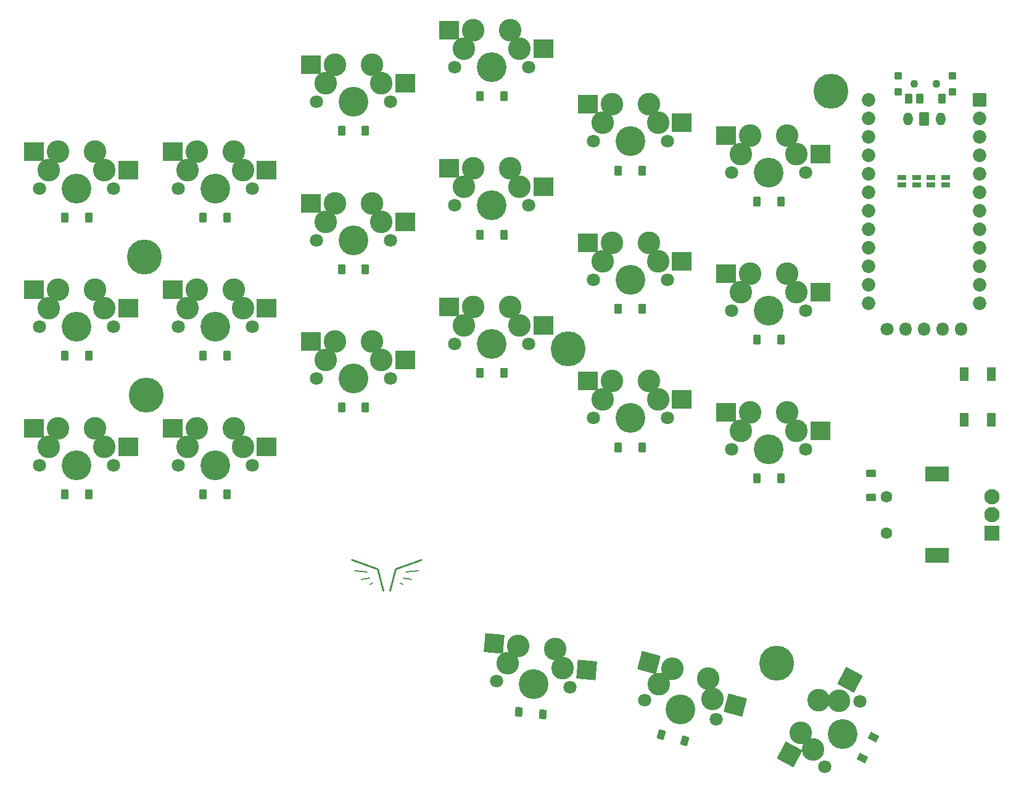
<source format=gbr>
%TF.GenerationSoftware,KiCad,Pcbnew,7.0.10*%
%TF.CreationDate,2024-02-08T10:53:14-05:00*%
%TF.ProjectId,kestrel,6b657374-7265-46c2-9e6b-696361645f70,v1.0.0*%
%TF.SameCoordinates,Original*%
%TF.FileFunction,Soldermask,Top*%
%TF.FilePolarity,Negative*%
%FSLAX46Y46*%
G04 Gerber Fmt 4.6, Leading zero omitted, Abs format (unit mm)*
G04 Created by KiCad (PCBNEW 7.0.10) date 2024-02-08 10:53:14*
%MOMM*%
%LPD*%
G01*
G04 APERTURE LIST*
G04 Aperture macros list*
%AMRoundRect*
0 Rectangle with rounded corners*
0 $1 Rounding radius*
0 $2 $3 $4 $5 $6 $7 $8 $9 X,Y pos of 4 corners*
0 Add a 4 corners polygon primitive as box body*
4,1,4,$2,$3,$4,$5,$6,$7,$8,$9,$2,$3,0*
0 Add four circle primitives for the rounded corners*
1,1,$1+$1,$2,$3*
1,1,$1+$1,$4,$5*
1,1,$1+$1,$6,$7*
1,1,$1+$1,$8,$9*
0 Add four rect primitives between the rounded corners*
20,1,$1+$1,$2,$3,$4,$5,0*
20,1,$1+$1,$4,$5,$6,$7,0*
20,1,$1+$1,$6,$7,$8,$9,0*
20,1,$1+$1,$8,$9,$2,$3,0*%
G04 Aperture macros list end*
%ADD10C,0.193999*%
%ADD11C,0.211999*%
%ADD12RoundRect,0.050000X-0.450000X-0.450000X0.450000X-0.450000X0.450000X0.450000X-0.450000X0.450000X0*%
%ADD13C,1.100000*%
%ADD14RoundRect,0.050000X-0.450000X-0.625000X0.450000X-0.625000X0.450000X0.625000X-0.450000X0.625000X0*%
%ADD15RoundRect,0.050000X-0.550000X0.900000X-0.550000X-0.900000X0.550000X-0.900000X0.550000X0.900000X0*%
%ADD16RoundRect,0.050000X0.450000X0.600000X-0.450000X0.600000X-0.450000X-0.600000X0.450000X-0.600000X0*%
%ADD17C,1.801800*%
%ADD18C,3.100000*%
%ADD19C,4.087800*%
%ADD20RoundRect,0.050000X-1.275000X-1.250000X1.275000X-1.250000X1.275000X1.250000X-1.275000X1.250000X0*%
%ADD21C,4.800000*%
%ADD22RoundRect,0.050000X-0.571500X0.317500X-0.571500X-0.317500X0.571500X-0.317500X0.571500X0.317500X0*%
%ADD23RoundRect,0.050000X0.500581X0.558497X-0.395994X0.636937X-0.500581X-0.558497X0.395994X-0.636937X0*%
%ADD24RoundRect,0.050000X0.589958X0.463087X-0.279375X0.696024X-0.589958X-0.463087X0.279375X-0.696024X0*%
%ADD25RoundRect,0.050000X-1.379093X-1.134120X1.161204X-1.356367X1.379093X1.134120X-1.161204X1.356367X0*%
%ADD26RoundRect,0.050000X1.600000X1.000000X-1.600000X1.000000X-1.600000X-1.000000X1.600000X-1.000000X0*%
%ADD27C,1.600000*%
%ADD28RoundRect,0.050000X1.000000X1.000000X-1.000000X1.000000X-1.000000X-1.000000X1.000000X-1.000000X0*%
%ADD29C,2.100000*%
%ADD30C,1.800000*%
%ADD31O,1.800000X1.800000*%
%ADD32RoundRect,0.050000X-1.555079X-0.877413X0.908032X-1.537402X1.555079X0.877413X-0.908032X1.537402X0*%
%ADD33RoundRect,0.050000X0.505108X-1.712598X1.702261X0.538919X-0.505108X1.712598X-1.702261X-0.538919X0*%
%ADD34RoundRect,0.050000X-0.318506X0.679009X-0.741031X-0.115643X0.318506X-0.679009X0.741031X0.115643X0*%
%ADD35O,1.300000X1.800000*%
%ADD36RoundRect,0.050000X-0.600000X-0.850000X0.600000X-0.850000X0.600000X0.850000X-0.600000X0.850000X0*%
%ADD37RoundRect,0.050000X-0.876300X0.876300X-0.876300X-0.876300X0.876300X-0.876300X0.876300X0.876300X0*%
%ADD38C,1.852600*%
%ADD39RoundRect,0.050000X-0.600000X0.450000X-0.600000X-0.450000X0.600000X-0.450000X0.600000X0.450000X0*%
G04 APERTURE END LIST*
D10*
%TO.C,REF\u002A\u002A*%
X181420000Y-165148000D02*
X179720000Y-164948000D01*
X181770000Y-165948000D02*
X180720000Y-166148000D01*
X182220000Y-166638000D02*
X181890000Y-166848000D01*
D11*
X182870000Y-164698000D02*
X179370000Y-163448000D01*
X183620000Y-167698000D02*
X182870000Y-164698000D01*
X184620000Y-167698000D02*
X185370000Y-164698000D01*
X185370000Y-164698000D02*
X188870000Y-163448000D01*
D10*
X186020000Y-166638000D02*
X186350000Y-166848000D01*
X186470000Y-165948000D02*
X187520000Y-166148000D01*
X186820000Y-165148000D02*
X188520000Y-164948000D01*
%TD*%
D12*
%TO.C,T1*%
X254372400Y-96926400D03*
X254372400Y-99126400D03*
D13*
X256572400Y-98026400D03*
X259572400Y-98026400D03*
D12*
X261772400Y-96926400D03*
X261772400Y-99126400D03*
D14*
X260322400Y-100101400D03*
X257322400Y-100101400D03*
X255822400Y-100101400D03*
%TD*%
D15*
%TO.C,B1*%
X267106400Y-137972800D03*
X267106400Y-144172800D03*
X263406400Y-137972800D03*
X263406400Y-144172800D03*
%TD*%
D16*
%TO.C,D13*%
X219238000Y-147976000D03*
X215938000Y-147976000D03*
%TD*%
D17*
%TO.C,S8*%
X174508000Y-119536000D03*
D18*
X175778000Y-116996000D03*
X177048000Y-114456000D03*
D19*
X179588000Y-119536000D03*
D18*
X182128000Y-114456000D03*
X183398000Y-116996000D03*
D17*
X184668000Y-119536000D03*
D20*
X186673000Y-116996000D03*
X173746000Y-114456000D03*
%TD*%
D17*
%TO.C,S11*%
X193508000Y-114776000D03*
D18*
X194778000Y-112236000D03*
X196048000Y-109696000D03*
D19*
X198588000Y-114776000D03*
D18*
X201128000Y-109696000D03*
X202398000Y-112236000D03*
D17*
X203668000Y-114776000D03*
D20*
X205673000Y-112236000D03*
X192746000Y-109696000D03*
%TD*%
D21*
%TO.C,TH3*%
X209025000Y-134450000D03*
%TD*%
D16*
%TO.C,D14*%
X219238000Y-128976000D03*
X215938000Y-128976000D03*
%TD*%
D22*
%TO.C,J3*%
X258858000Y-110947200D03*
X258858000Y-111947960D03*
%TD*%
D17*
%TO.C,S15*%
X212508000Y-105976000D03*
D18*
X213778000Y-103436000D03*
X215048000Y-100896000D03*
D19*
X217588000Y-105976000D03*
D18*
X220128000Y-100896000D03*
X221398000Y-103436000D03*
D17*
X222668000Y-105976000D03*
D20*
X224673000Y-103436000D03*
X211746000Y-100896000D03*
%TD*%
D17*
%TO.C,S14*%
X212508000Y-124976000D03*
D18*
X213778000Y-122436000D03*
X215048000Y-119896000D03*
D19*
X217588000Y-124976000D03*
D18*
X220128000Y-119896000D03*
X221398000Y-122436000D03*
D17*
X222668000Y-124976000D03*
D20*
X224673000Y-122436000D03*
X211746000Y-119896000D03*
%TD*%
D23*
%TO.C,D19*%
X205583098Y-184654586D03*
X202295656Y-184366972D03*
%TD*%
D16*
%TO.C,D7*%
X181238000Y-142536000D03*
X177938000Y-142536000D03*
%TD*%
D22*
%TO.C,J7*%
X254858000Y-110947200D03*
X254858000Y-111947960D03*
%TD*%
D17*
%TO.C,S7*%
X174508000Y-138536000D03*
D18*
X175778000Y-135996000D03*
X177048000Y-133456000D03*
D19*
X179588000Y-138536000D03*
D18*
X182128000Y-133456000D03*
X183398000Y-135996000D03*
D17*
X184668000Y-138536000D03*
D20*
X186673000Y-135996000D03*
X173746000Y-133456000D03*
%TD*%
D16*
%TO.C,D18*%
X238238000Y-114226000D03*
X234938000Y-114226000D03*
%TD*%
D17*
%TO.C,S16*%
X231508000Y-148226000D03*
D18*
X232778000Y-145686000D03*
X234048000Y-143146000D03*
D19*
X236588000Y-148226000D03*
D18*
X239128000Y-143146000D03*
X240398000Y-145686000D03*
D17*
X241668000Y-148226000D03*
D20*
X243673000Y-145686000D03*
X230746000Y-143146000D03*
%TD*%
D21*
%TO.C,TH3*%
X245125000Y-99050000D03*
%TD*%
D16*
%TO.C,D8*%
X181238000Y-123536000D03*
X177938000Y-123536000D03*
%TD*%
%TO.C,D17*%
X238238000Y-133226000D03*
X234938000Y-133226000D03*
%TD*%
D17*
%TO.C,S13*%
X212508000Y-143976000D03*
D18*
X213778000Y-141436000D03*
X215048000Y-138896000D03*
D19*
X217588000Y-143976000D03*
D18*
X220128000Y-138896000D03*
X221398000Y-141436000D03*
D17*
X222668000Y-143976000D03*
D20*
X224673000Y-141436000D03*
X211746000Y-138896000D03*
%TD*%
D17*
%TO.C,S1*%
X136508000Y-150436000D03*
D18*
X137778000Y-147896000D03*
X139048000Y-145356000D03*
D19*
X141588000Y-150436000D03*
D18*
X144128000Y-145356000D03*
X145398000Y-147896000D03*
D17*
X146668000Y-150436000D03*
D20*
X148673000Y-147896000D03*
X135746000Y-145356000D03*
%TD*%
D16*
%TO.C,D2*%
X143238000Y-135436000D03*
X139938000Y-135436000D03*
%TD*%
D22*
%TO.C,J5*%
X256858000Y-110947200D03*
X256858000Y-111947960D03*
%TD*%
D16*
%TO.C,D4*%
X162238000Y-154436000D03*
X158938000Y-154436000D03*
%TD*%
D21*
%TO.C,TH3*%
X237650000Y-177675000D03*
%TD*%
D16*
%TO.C,D5*%
X162238000Y-135436000D03*
X158938000Y-135436000D03*
%TD*%
%TO.C,D3*%
X143238000Y-116436000D03*
X139938000Y-116436000D03*
%TD*%
%TO.C,D11*%
X200238000Y-118776000D03*
X196938000Y-118776000D03*
%TD*%
%TO.C,D10*%
X200238000Y-137776000D03*
X196938000Y-137776000D03*
%TD*%
D24*
%TO.C,D20*%
X225046751Y-188290103D03*
X221859195Y-187436001D03*
%TD*%
D17*
%TO.C,S5*%
X155508000Y-131436000D03*
D18*
X156778000Y-128896000D03*
X158048000Y-126356000D03*
D19*
X160588000Y-131436000D03*
D18*
X163128000Y-126356000D03*
X164398000Y-128896000D03*
D17*
X165668000Y-131436000D03*
D20*
X167673000Y-128896000D03*
X154746000Y-126356000D03*
%TD*%
D17*
%TO.C,S19*%
X199227331Y-180083249D03*
D18*
X200713874Y-177663602D03*
X202200417Y-175243955D03*
D19*
X204288000Y-180526000D03*
D18*
X207261086Y-175686707D03*
X208304877Y-178327729D03*
D17*
X209348669Y-180968751D03*
D25*
X211567415Y-178613164D03*
X198910982Y-174956167D03*
%TD*%
D26*
%TO.C,ROT1*%
X259708000Y-162866000D03*
X259708000Y-151666000D03*
D27*
X252708000Y-159766000D03*
X252708000Y-154766000D03*
D28*
X267208000Y-159766000D03*
D29*
X267208000Y-154766000D03*
X267208000Y-157266000D03*
%TD*%
D17*
%TO.C,S4*%
X155508000Y-150436000D03*
D18*
X156778000Y-147896000D03*
X158048000Y-145356000D03*
D19*
X160588000Y-150436000D03*
D18*
X163128000Y-145356000D03*
X164398000Y-147896000D03*
D17*
X165668000Y-150436000D03*
D20*
X167673000Y-147896000D03*
X154746000Y-145356000D03*
%TD*%
D21*
%TO.C,TH3*%
X150875000Y-121825000D03*
%TD*%
D17*
%TO.C,S12*%
X193508000Y-95776000D03*
D18*
X194778000Y-93236000D03*
X196048000Y-90696000D03*
D19*
X198588000Y-95776000D03*
D18*
X201128000Y-90696000D03*
X202398000Y-93236000D03*
D17*
X203668000Y-95776000D03*
D20*
X205673000Y-93236000D03*
X192746000Y-90696000D03*
%TD*%
D16*
%TO.C,D1*%
X143238000Y-154436000D03*
X139938000Y-154436000D03*
%TD*%
D30*
%TO.C,REF\u002A*%
X252842600Y-131724400D03*
D31*
X255382600Y-131724400D03*
X257922600Y-131724400D03*
X260462600Y-131724400D03*
X263002600Y-131724400D03*
%TD*%
D16*
%TO.C,D6*%
X162238000Y-116436000D03*
X158938000Y-116436000D03*
%TD*%
D17*
%TO.C,S17*%
X231508000Y-129226000D03*
D18*
X232778000Y-126686000D03*
X234048000Y-124146000D03*
D19*
X236588000Y-129226000D03*
D18*
X239128000Y-124146000D03*
X240398000Y-126686000D03*
D17*
X241668000Y-129226000D03*
D20*
X243673000Y-126686000D03*
X230746000Y-124146000D03*
%TD*%
D17*
%TO.C,S9*%
X174508000Y-100536000D03*
D18*
X175778000Y-97996000D03*
X177048000Y-95456000D03*
D19*
X179588000Y-100536000D03*
D18*
X182128000Y-95456000D03*
X183398000Y-97996000D03*
D17*
X184668000Y-100536000D03*
D20*
X186673000Y-97996000D03*
X173746000Y-95456000D03*
%TD*%
D17*
%TO.C,S2*%
X136508000Y-131436000D03*
D18*
X137778000Y-128896000D03*
X139048000Y-126356000D03*
D19*
X141588000Y-131436000D03*
D18*
X144128000Y-126356000D03*
X145398000Y-128896000D03*
D17*
X146668000Y-131436000D03*
D20*
X148673000Y-128896000D03*
X135746000Y-126356000D03*
%TD*%
D16*
%TO.C,D15*%
X219238000Y-109976000D03*
X215938000Y-109976000D03*
%TD*%
D17*
%TO.C,S20*%
X219581346Y-182684548D03*
D18*
X221465472Y-180559797D03*
X223349598Y-178435045D03*
D19*
X224488249Y-183999349D03*
D18*
X228256501Y-179749846D03*
X228825827Y-182531998D03*
D17*
X229395152Y-185314150D03*
D32*
X231989234Y-183379630D03*
X220160111Y-177580425D03*
%TD*%
D22*
%TO.C,J1*%
X260858000Y-110947200D03*
X260858000Y-111947960D03*
%TD*%
D17*
%TO.C,S21*%
X244302590Y-191850219D03*
D18*
X242656132Y-189536418D03*
X241009674Y-187222616D03*
D19*
X246687506Y-187364845D03*
D18*
X243394590Y-182737243D03*
X246233506Y-182808357D03*
D17*
X249072422Y-182879471D03*
D33*
X247771025Y-179916704D03*
X239459479Y-190138109D03*
%TD*%
D16*
%TO.C,D16*%
X238238000Y-152226000D03*
X234938000Y-152226000D03*
%TD*%
D21*
%TO.C,TH3*%
X151175000Y-140825000D03*
%TD*%
D17*
%TO.C,S3*%
X136508000Y-112436000D03*
D18*
X137778000Y-109896000D03*
X139048000Y-107356000D03*
D19*
X141588000Y-112436000D03*
D18*
X144128000Y-107356000D03*
X145398000Y-109896000D03*
D17*
X146668000Y-112436000D03*
D20*
X148673000Y-109896000D03*
X135746000Y-107356000D03*
%TD*%
D16*
%TO.C,D12*%
X200238000Y-99776000D03*
X196938000Y-99776000D03*
%TD*%
D17*
%TO.C,S6*%
X155508000Y-112436000D03*
D18*
X156778000Y-109896000D03*
X158048000Y-107356000D03*
D19*
X160588000Y-112436000D03*
D18*
X163128000Y-107356000D03*
X164398000Y-109896000D03*
D17*
X165668000Y-112436000D03*
D20*
X167673000Y-109896000D03*
X154746000Y-107356000D03*
%TD*%
D34*
%TO.C,D21*%
X250993925Y-187785867D03*
X249444669Y-190699595D03*
%TD*%
D17*
%TO.C,S10*%
X193508000Y-133776000D03*
D18*
X194778000Y-131236000D03*
X196048000Y-128696000D03*
D19*
X198588000Y-133776000D03*
D18*
X201128000Y-128696000D03*
X202398000Y-131236000D03*
D17*
X203668000Y-133776000D03*
D20*
X205673000Y-131236000D03*
X192746000Y-128696000D03*
%TD*%
D35*
%TO.C,JST REV1*%
X255661600Y-102867100D03*
D36*
X257911600Y-102867100D03*
D35*
X260161600Y-102867100D03*
%TD*%
D16*
%TO.C,D9*%
X181238000Y-104536000D03*
X177938000Y-104536000D03*
%TD*%
D37*
%TO.C,MCU1*%
X265531600Y-100228400D03*
D38*
X265531600Y-102768400D03*
X265531600Y-105308400D03*
X265531600Y-107848400D03*
X265531600Y-110388400D03*
X265531600Y-112928400D03*
X265531600Y-115468400D03*
X265531600Y-118008400D03*
X265531600Y-120548400D03*
X265531600Y-123088400D03*
X265531600Y-125628400D03*
X265531600Y-128168400D03*
X250291600Y-100228400D03*
X250291600Y-102768400D03*
X250291600Y-105308400D03*
X250291600Y-107848400D03*
X250291600Y-110388400D03*
X250291600Y-112928400D03*
X250291600Y-115468400D03*
X250291600Y-118008400D03*
X250291600Y-120548400D03*
X250291600Y-123088400D03*
X250291600Y-125628400D03*
X250291600Y-128168400D03*
%TD*%
D17*
%TO.C,S18*%
X231508000Y-110226000D03*
D18*
X232778000Y-107686000D03*
X234048000Y-105146000D03*
D19*
X236588000Y-110226000D03*
D18*
X239128000Y-105146000D03*
X240398000Y-107686000D03*
D17*
X241668000Y-110226000D03*
D20*
X243673000Y-107686000D03*
X230746000Y-105146000D03*
%TD*%
D39*
%TO.C,D22*%
X250588000Y-151576000D03*
X250588000Y-154876000D03*
%TD*%
M02*

</source>
